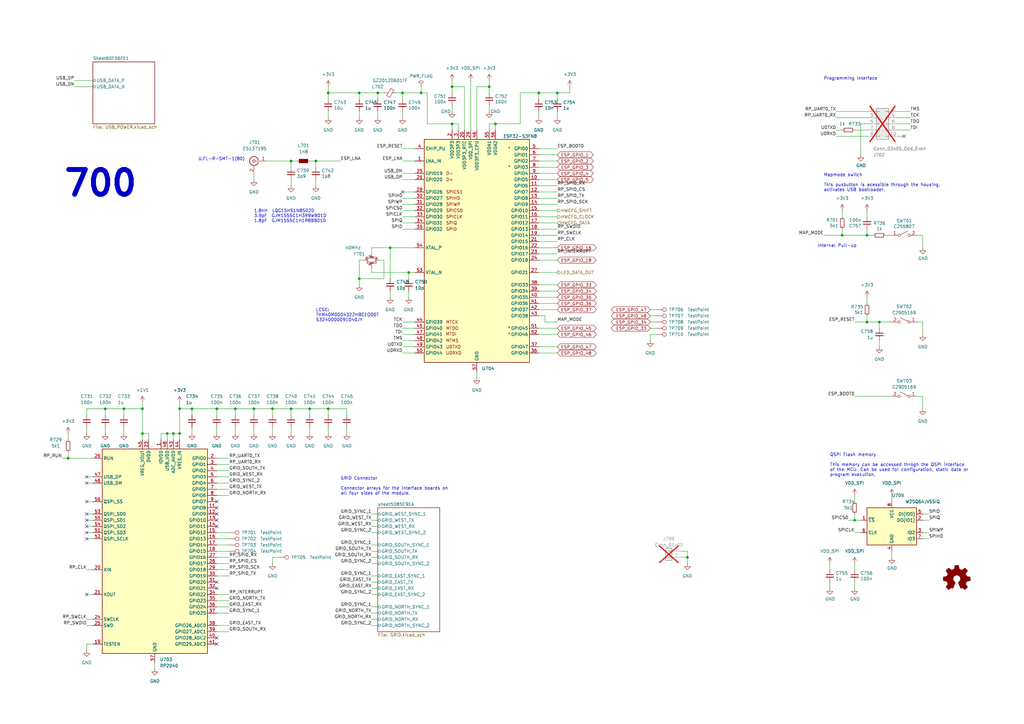
<source format=kicad_sch>
(kicad_sch (version 20230121) (generator eeschema)
  (paper "A3")
  (junction (at 88.9 167.64))
  (junction (at 129.54 66.04))
  (junction (at 220.98 38.1))
  (junction (at 71.12 177.8))
  (junction (at 147.32 38.1))
  (junction (at 58.42 177.8))
  (junction (at 172.72 38.1))
  (junction (at 167.64 111.76))
  (junction (at 73.66 177.8))
  (junction (at 147.32 114.3))
  (junction (at 127 167.64))
  (junction (at 73.66 167.64))
  (junction (at 27.94 187.96))
  (junction (at 185.42 50.8))
  (junction (at 350.52 213.36))
  (junction (at 154.94 38.1))
  (junction (at 160.02 101.6))
  (junction (at 355.6 132.08))
  (junction (at 134.62 167.64))
  (junction (at 50.8 167.64))
  (junction (at 119.38 167.64))
  (junction (at 200.66 35.56))
  (junction (at 68.58 177.8))
  (junction (at 96.52 167.64))
  (junction (at 111.76 167.64))
  (junction (at 43.18 167.64))
  (junction (at 104.14 167.64))
  (junction (at 228.6 38.1))
  (junction (at 134.62 38.1))
  (junction (at 58.42 167.64))
  (junction (at 203.2 50.8))
  (junction (at 185.42 35.56))
  (junction (at 78.74 167.64))
  (junction (at 355.6 96.52))
  (junction (at 360.68 132.08))
  (junction (at 345.44 96.52))
  (junction (at 281.94 228.6))
  (junction (at 119.38 66.04))
  (junction (at 165.1 38.1))
  (no_connect (at 370.84 55.88))
  (no_connect (at 165.1 78.74))
  (no_connect (at 35.56 210.82))
  (no_connect (at 35.56 205.74))
  (no_connect (at 35.56 213.36))
  (no_connect (at 35.56 243.84))
  (no_connect (at 35.56 220.98))
  (no_connect (at 35.56 215.9))
  (no_connect (at 35.56 218.44))
  (no_connect (at 35.56 198.12))
  (no_connect (at 35.56 195.58))
  (no_connect (at 88.9 264.16))
  (no_connect (at 88.9 261.62))
  (no_connect (at 88.9 238.76))
  (no_connect (at 88.9 241.3))
  (no_connect (at 88.9 215.9))
  (no_connect (at 88.9 213.36))
  (no_connect (at 88.9 210.82))
  (no_connect (at 88.9 208.28))
  (no_connect (at 88.9 205.74))
  (wire (pts (xy 73.66 167.64) (xy 78.74 167.64)))
  (wire (pts (xy 355.6 121.92) (xy 355.6 124.46)))
  (wire (pts (xy 35.56 198.12) (xy 38.1 198.12)))
  (wire (pts (xy 88.9 218.44) (xy 93.98 218.44)))
  (wire (pts (xy 213.36 38.1) (xy 220.98 38.1)))
  (wire (pts (xy 119.38 175.26) (xy 119.38 177.8)))
  (wire (pts (xy 58.42 180.34) (xy 58.42 177.8)))
  (wire (pts (xy 27.94 187.96) (xy 38.1 187.96)))
  (wire (pts (xy 165.1 93.98) (xy 170.18 93.98)))
  (wire (pts (xy 203.2 50.8) (xy 203.2 53.34)))
  (wire (pts (xy 360.68 139.7) (xy 360.68 142.24)))
  (wire (pts (xy 167.64 111.76) (xy 167.64 114.3)))
  (wire (pts (xy 228.6 38.1) (xy 220.98 38.1)))
  (wire (pts (xy 73.66 180.34) (xy 73.66 177.8)))
  (wire (pts (xy 154.94 228.6) (xy 152.4 228.6)))
  (wire (pts (xy 127 175.26) (xy 127 177.8)))
  (wire (pts (xy 350.52 162.56) (xy 365.76 162.56)))
  (wire (pts (xy 58.42 177.8) (xy 58.42 167.64)))
  (wire (pts (xy 88.9 231.14) (xy 93.98 231.14)))
  (wire (pts (xy 355.6 93.98) (xy 355.6 96.52)))
  (wire (pts (xy 266.7 134.62) (xy 269.24 134.62)))
  (wire (pts (xy 147.32 38.1) (xy 154.94 38.1)))
  (wire (pts (xy 104.14 175.26) (xy 104.14 177.8)))
  (wire (pts (xy 360.68 132.08) (xy 355.6 132.08)))
  (wire (pts (xy 165.1 137.16) (xy 170.18 137.16)))
  (wire (pts (xy 43.18 167.64) (xy 50.8 167.64)))
  (wire (pts (xy 63.5 271.78) (xy 63.5 274.32)))
  (wire (pts (xy 88.9 226.06) (xy 93.98 226.06)))
  (wire (pts (xy 345.44 53.34) (xy 342.9 53.34)))
  (wire (pts (xy 233.68 35.56) (xy 233.68 38.1)))
  (wire (pts (xy 96.52 170.18) (xy 96.52 167.64)))
  (wire (pts (xy 220.98 106.68) (xy 228.6 106.68)))
  (wire (pts (xy 154.94 218.44) (xy 152.4 218.44)))
  (wire (pts (xy 152.4 104.14) (xy 152.4 101.6)))
  (wire (pts (xy 88.9 220.98) (xy 93.98 220.98)))
  (wire (pts (xy 220.98 63.5) (xy 228.6 63.5)))
  (wire (pts (xy 134.62 45.72) (xy 134.62 48.26)))
  (wire (pts (xy 220.98 119.38) (xy 228.6 119.38)))
  (wire (pts (xy 154.94 106.68) (xy 157.48 106.68)))
  (wire (pts (xy 203.2 50.8) (xy 213.36 50.8)))
  (wire (pts (xy 165.1 86.36) (xy 170.18 86.36)))
  (wire (pts (xy 160.02 101.6) (xy 170.18 101.6)))
  (wire (pts (xy 35.56 195.58) (xy 38.1 195.58)))
  (wire (pts (xy 88.9 246.38) (xy 93.98 246.38)))
  (wire (pts (xy 152.4 111.76) (xy 167.64 111.76)))
  (wire (pts (xy 279.4 228.6) (xy 281.94 228.6)))
  (wire (pts (xy 134.62 175.26) (xy 134.62 177.8)))
  (wire (pts (xy 353.06 50.8) (xy 353.06 63.5)))
  (wire (pts (xy 96.52 175.26) (xy 96.52 177.8)))
  (wire (pts (xy 88.9 248.92) (xy 93.98 248.92)))
  (wire (pts (xy 355.6 86.36) (xy 355.6 88.9)))
  (wire (pts (xy 365.76 203.2) (xy 365.76 205.74)))
  (wire (pts (xy 266.7 132.08) (xy 269.24 132.08)))
  (wire (pts (xy 35.56 210.82) (xy 38.1 210.82)))
  (wire (pts (xy 165.1 38.1) (xy 172.72 38.1)))
  (wire (pts (xy 220.98 144.78) (xy 228.6 144.78)))
  (wire (pts (xy 350.52 203.2) (xy 350.52 205.74)))
  (wire (pts (xy 88.9 187.96) (xy 93.98 187.96)))
  (wire (pts (xy 378.46 162.56) (xy 375.92 162.56)))
  (wire (pts (xy 220.98 88.9) (xy 228.6 88.9)))
  (wire (pts (xy 35.56 220.98) (xy 38.1 220.98)))
  (wire (pts (xy 220.98 101.6) (xy 228.6 101.6)))
  (wire (pts (xy 378.46 218.44) (xy 381 218.44)))
  (wire (pts (xy 154.94 45.72) (xy 154.94 48.26)))
  (wire (pts (xy 35.56 213.36) (xy 38.1 213.36)))
  (wire (pts (xy 172.72 38.1) (xy 175.26 38.1)))
  (wire (pts (xy 88.9 259.08) (xy 93.98 259.08)))
  (wire (pts (xy 337.82 96.52) (xy 345.44 96.52)))
  (wire (pts (xy 35.56 233.68) (xy 38.1 233.68)))
  (wire (pts (xy 195.58 35.56) (xy 195.58 53.34)))
  (wire (pts (xy 104.14 170.18) (xy 104.14 167.64)))
  (wire (pts (xy 165.1 83.82) (xy 170.18 83.82)))
  (wire (pts (xy 147.32 106.68) (xy 149.86 106.68)))
  (wire (pts (xy 220.98 129.54) (xy 223.52 129.54)))
  (wire (pts (xy 88.9 223.52) (xy 93.98 223.52)))
  (wire (pts (xy 167.64 119.38) (xy 167.64 121.92)))
  (wire (pts (xy 68.58 177.8) (xy 71.12 177.8)))
  (wire (pts (xy 187.96 53.34) (xy 187.96 50.8)))
  (wire (pts (xy 345.44 93.98) (xy 345.44 96.52)))
  (wire (pts (xy 350.52 231.14) (xy 350.52 233.68)))
  (wire (pts (xy 154.94 223.52) (xy 152.4 223.52)))
  (wire (pts (xy 172.72 35.56) (xy 172.72 38.1)))
  (wire (pts (xy 88.9 200.66) (xy 93.98 200.66)))
  (wire (pts (xy 378.46 96.52) (xy 378.46 101.6)))
  (wire (pts (xy 165.1 142.24) (xy 170.18 142.24)))
  (wire (pts (xy 223.52 132.08) (xy 228.6 132.08)))
  (wire (pts (xy 111.76 167.64) (xy 119.38 167.64)))
  (wire (pts (xy 152.4 101.6) (xy 160.02 101.6)))
  (wire (pts (xy 35.56 175.26) (xy 35.56 177.8)))
  (wire (pts (xy 165.1 91.44) (xy 170.18 91.44)))
  (wire (pts (xy 154.94 241.3) (xy 152.4 241.3)))
  (wire (pts (xy 58.42 165.1) (xy 58.42 167.64)))
  (wire (pts (xy 228.6 60.96) (xy 220.98 60.96)))
  (wire (pts (xy 147.32 114.3) (xy 147.32 116.84)))
  (wire (pts (xy 134.62 167.64) (xy 142.24 167.64)))
  (wire (pts (xy 220.98 83.82) (xy 228.6 83.82)))
  (wire (pts (xy 109.22 66.04) (xy 119.38 66.04)))
  (wire (pts (xy 165.1 144.78) (xy 170.18 144.78)))
  (wire (pts (xy 88.9 198.12) (xy 93.98 198.12)))
  (wire (pts (xy 350.52 213.36) (xy 347.98 213.36)))
  (wire (pts (xy 88.9 228.6) (xy 93.98 228.6)))
  (wire (pts (xy 35.56 256.54) (xy 38.1 256.54)))
  (wire (pts (xy 375.92 96.52) (xy 378.46 96.52)))
  (wire (pts (xy 350.52 132.08) (xy 355.6 132.08)))
  (wire (pts (xy 213.36 38.1) (xy 213.36 50.8)))
  (wire (pts (xy 88.9 170.18) (xy 88.9 167.64)))
  (wire (pts (xy 378.46 210.82) (xy 381 210.82)))
  (wire (pts (xy 281.94 226.06) (xy 279.4 226.06)))
  (wire (pts (xy 73.66 177.8) (xy 73.66 167.64)))
  (wire (pts (xy 165.1 81.28) (xy 170.18 81.28)))
  (wire (pts (xy 154.94 213.36) (xy 152.4 213.36)))
  (wire (pts (xy 355.6 129.54) (xy 355.6 132.08)))
  (wire (pts (xy 228.6 45.72) (xy 228.6 48.26)))
  (wire (pts (xy 353.06 218.44) (xy 350.52 218.44)))
  (wire (pts (xy 165.1 45.72) (xy 165.1 48.26)))
  (wire (pts (xy 190.5 35.56) (xy 190.5 53.34)))
  (wire (pts (xy 368.3 45.72) (xy 373.38 45.72)))
  (wire (pts (xy 185.42 35.56) (xy 185.42 38.1)))
  (wire (pts (xy 266.7 137.16) (xy 269.24 137.16)))
  (wire (pts (xy 88.9 251.46) (xy 93.98 251.46)))
  (wire (pts (xy 370.84 55.88) (xy 368.3 55.88)))
  (wire (pts (xy 35.56 254) (xy 38.1 254)))
  (wire (pts (xy 165.1 60.96) (xy 170.18 60.96)))
  (wire (pts (xy 142.24 175.26) (xy 142.24 177.8)))
  (wire (pts (xy 43.18 170.18) (xy 43.18 167.64)))
  (wire (pts (xy 88.9 203.2) (xy 93.98 203.2)))
  (wire (pts (xy 129.54 66.04) (xy 127 66.04)))
  (wire (pts (xy 200.66 50.8) (xy 203.2 50.8)))
  (wire (pts (xy 111.76 175.26) (xy 111.76 177.8)))
  (wire (pts (xy 200.66 50.8) (xy 200.66 53.34)))
  (wire (pts (xy 119.38 66.04) (xy 121.92 66.04)))
  (wire (pts (xy 154.94 226.06) (xy 152.4 226.06)))
  (wire (pts (xy 160.02 119.38) (xy 160.02 121.92)))
  (wire (pts (xy 88.9 243.84) (xy 93.98 243.84)))
  (wire (pts (xy 88.9 256.54) (xy 93.98 256.54)))
  (wire (pts (xy 355.6 53.34) (xy 350.52 53.34)))
  (wire (pts (xy 154.94 238.76) (xy 152.4 238.76)))
  (wire (pts (xy 165.1 134.62) (xy 170.18 134.62)))
  (wire (pts (xy 154.94 231.14) (xy 152.4 231.14)))
  (wire (pts (xy 378.46 167.64) (xy 378.46 162.56)))
  (wire (pts (xy 88.9 175.26) (xy 88.9 177.8)))
  (wire (pts (xy 147.32 38.1) (xy 147.32 40.64)))
  (wire (pts (xy 281.94 228.6) (xy 281.94 226.06)))
  (wire (pts (xy 185.42 43.18) (xy 185.42 45.72)))
  (wire (pts (xy 119.38 170.18) (xy 119.38 167.64)))
  (wire (pts (xy 104.14 71.12) (xy 104.14 73.66)))
  (wire (pts (xy 68.58 177.8) (xy 68.58 180.34)))
  (wire (pts (xy 35.56 170.18) (xy 35.56 167.64)))
  (wire (pts (xy 154.94 40.64) (xy 154.94 38.1)))
  (wire (pts (xy 185.42 50.8) (xy 175.26 50.8)))
  (wire (pts (xy 368.3 50.8) (xy 373.38 50.8)))
  (wire (pts (xy 220.98 137.16) (xy 228.6 137.16)))
  (wire (pts (xy 165.1 139.7) (xy 170.18 139.7)))
  (wire (pts (xy 154.94 243.84) (xy 152.4 243.84)))
  (wire (pts (xy 71.12 177.8) (xy 71.12 180.34)))
  (wire (pts (xy 342.9 48.26) (xy 355.6 48.26)))
  (wire (pts (xy 88.9 233.68) (xy 93.98 233.68)))
  (wire (pts (xy 378.46 132.08) (xy 375.92 132.08)))
  (wire (pts (xy 154.94 236.22) (xy 152.4 236.22)))
  (wire (pts (xy 233.68 38.1) (xy 228.6 38.1)))
  (wire (pts (xy 35.56 167.64) (xy 43.18 167.64)))
  (wire (pts (xy 88.9 190.5) (xy 93.98 190.5)))
  (wire (pts (xy 342.9 45.72) (xy 355.6 45.72)))
  (wire (pts (xy 340.36 241.3) (xy 340.36 238.76)))
  (wire (pts (xy 60.96 180.34) (xy 60.96 177.8)))
  (wire (pts (xy 281.94 231.14) (xy 281.94 228.6)))
  (wire (pts (xy 96.52 167.64) (xy 104.14 167.64)))
  (wire (pts (xy 104.14 167.64) (xy 111.76 167.64)))
  (wire (pts (xy 27.94 185.42) (xy 27.94 187.96)))
  (wire (pts (xy 190.5 35.56) (xy 185.42 35.56)))
  (wire (pts (xy 220.98 38.1) (xy 220.98 40.64)))
  (wire (pts (xy 340.36 231.14) (xy 340.36 233.68)))
  (wire (pts (xy 35.56 215.9) (xy 38.1 215.9)))
  (wire (pts (xy 43.18 175.26) (xy 43.18 177.8)))
  (wire (pts (xy 165.1 88.9) (xy 170.18 88.9)))
  (wire (pts (xy 35.56 264.16) (xy 35.56 266.7)))
  (wire (pts (xy 127 167.64) (xy 134.62 167.64)))
  (wire (pts (xy 200.66 35.56) (xy 200.66 38.1)))
  (wire (pts (xy 154.94 256.54) (xy 152.4 256.54)))
  (wire (pts (xy 170.18 71.12) (xy 165.1 71.12)))
  (wire (pts (xy 152.4 210.82) (xy 154.94 210.82)))
  (wire (pts (xy 220.98 127) (xy 228.6 127)))
  (wire (pts (xy 152.4 111.76) (xy 152.4 109.22)))
  (wire (pts (xy 220.98 78.74) (xy 228.6 78.74)))
  (wire (pts (xy 147.32 45.72) (xy 147.32 48.26)))
  (wire (pts (xy 365.76 228.6) (xy 365.76 226.06)))
  (wire (pts (xy 220.98 93.98) (xy 228.6 93.98)))
  (wire (pts (xy 185.42 33.02) (xy 185.42 35.56)))
  (wire (pts (xy 134.62 170.18) (xy 134.62 167.64)))
  (wire (pts (xy 345.44 96.52) (xy 355.6 96.52)))
  (wire (pts (xy 154.94 248.92) (xy 152.4 248.92)))
  (wire (pts (xy 154.94 251.46) (xy 152.4 251.46)))
  (wire (pts (xy 50.8 167.64) (xy 58.42 167.64)))
  (wire (pts (xy 142.24 170.18) (xy 142.24 167.64)))
  (wire (pts (xy 220.98 71.12) (xy 228.6 71.12)))
  (wire (pts (xy 88.9 167.64) (xy 96.52 167.64)))
  (wire (pts (xy 378.46 213.36) (xy 381 213.36)))
  (wire (pts (xy 88.9 236.22) (xy 93.98 236.22)))
  (wire (pts (xy 165.1 78.74) (xy 170.18 78.74)))
  (wire (pts (xy 175.26 38.1) (xy 175.26 50.8)))
  (wire (pts (xy 35.56 243.84) (xy 38.1 243.84)))
  (wire (pts (xy 195.58 35.56) (xy 200.66 35.56)))
  (wire (pts (xy 88.9 193.04) (xy 93.98 193.04)))
  (wire (pts (xy 193.04 33.02) (xy 193.04 53.34)))
  (wire (pts (xy 220.98 134.62) (xy 228.6 134.62)))
  (wire (pts (xy 378.46 220.98) (xy 381 220.98)))
  (wire (pts (xy 129.54 66.04) (xy 139.7 66.04)))
  (wire (pts (xy 220.98 81.28) (xy 228.6 81.28)))
  (wire (pts (xy 353.06 50.8) (xy 355.6 50.8)))
  (wire (pts (xy 25.4 187.96) (xy 27.94 187.96)))
  (wire (pts (xy 266.7 129.54) (xy 269.24 129.54)))
  (wire (pts (xy 119.38 66.04) (xy 119.38 68.58)))
  (wire (pts (xy 228.6 38.1) (xy 228.6 40.64)))
  (wire (pts (xy 373.38 48.26) (xy 368.3 48.26)))
  (wire (pts (xy 50.8 167.64) (xy 50.8 170.18)))
  (wire (pts (xy 170.18 73.66) (xy 165.1 73.66)))
  (wire (pts (xy 157.48 114.3) (xy 147.32 114.3)))
  (wire (pts (xy 147.32 114.3) (xy 147.32 106.68)))
  (wire (pts (xy 129.54 68.58) (xy 129.54 66.04)))
  (wire (pts (xy 35.56 205.74) (xy 38.1 205.74)))
  (wire (pts (xy 160.02 101.6) (xy 160.02 114.3)))
  (wire (pts (xy 220.98 86.36) (xy 228.6 86.36)))
  (wire (pts (xy 373.38 53.34) (xy 368.3 53.34)))
  (wire (pts (xy 78.74 175.26) (xy 78.74 177.8)))
  (wire (pts (xy 220.98 116.84) (xy 228.6 116.84)))
  (wire (pts (xy 71.12 177.8) (xy 73.66 177.8)))
  (wire (pts (xy 220.98 68.58) (xy 228.6 68.58)))
  (wire (pts (xy 345.44 86.36) (xy 345.44 88.9)))
  (wire (pts (xy 134.62 35.56) (xy 134.62 38.1)))
  (wire (pts (xy 350.52 241.3) (xy 350.52 238.76)))
  (wire (pts (xy 200.66 33.02) (xy 200.66 35.56)))
  (wire (pts (xy 266.7 139.7) (xy 266.7 137.16)))
  (wire (pts (xy 220.98 96.52) (xy 228.6 96.52)))
  (wire (pts (xy 195.58 152.4) (xy 195.58 154.94)))
  (wire (pts (xy 365.76 132.08) (xy 360.68 132.08)))
  (wire (pts (xy 38.1 33.02) (xy 30.48 33.02)))
  (wire (pts (xy 220.98 111.76) (xy 228.6 111.76)))
  (wire (pts (xy 78.74 167.64) (xy 88.9 167.64)))
  (wire (pts (xy 127 170.18) (xy 127 167.64)))
  (wire (pts (xy 119.38 73.66) (xy 119.38 76.2)))
  (wire (pts (xy 165.1 66.04) (xy 170.18 66.04)))
  (wire (pts (xy 220.98 142.24) (xy 228.6 142.24)))
  (wire (pts (xy 355.6 96.52) (xy 358.14 96.52)))
  (wire (pts (xy 88.9 195.58) (xy 93.98 195.58)))
  (wire (pts (xy 60.96 177.8) (xy 58.42 177.8)))
  (wire (pts (xy 50.8 175.26) (xy 50.8 177.8)))
  (wire (pts (xy 187.96 50.8) (xy 185.42 50.8)))
  (wire (pts (xy 154.94 38.1) (xy 157.48 38.1)))
  (wire (pts (xy 165.1 38.1) (xy 165.1 40.64)))
  (wire (pts (xy 78.74 167.64) (xy 78.74 170.18)))
  (wire (pts (xy 157.48 106.68) (xy 157.48 114.3)))
  (wire (pts (xy 220.98 73.66) (xy 228.6 73.66)))
  (wire (pts (xy 220.98 99.06) (xy 228.6 99.06)))
  (wire (pts (xy 27.94 177.8) (xy 27.94 180.34)))
  (wire (pts (xy 167.64 111.76) (xy 170.18 111.76)))
  (wire (pts (xy 111.76 170.18) (xy 111.76 167.64)))
  (wire (pts (xy 220.98 45.72) (xy 220.98 48.26)))
  (wire (pts (xy 220.98 124.46) (xy 228.6 124.46)))
  (wire (pts (xy 266.7 127) (xy 269.24 127)))
  (wire (pts (xy 66.04 180.34) (xy 66.04 177.8)))
  (wire (pts (xy 129.54 73.66) (xy 129.54 76.2)))
  (wire (pts (xy 152.4 215.9) (xy 154.94 215.9)))
  (wire (pts (xy 35.56 218.44) (xy 38.1 218.44)))
  (wire (pts (xy 119.38 167.64) (xy 127 167.64)))
  (wire (pts (xy 30.48 35.56) (xy 38.1 35.56)))
  (wire (pts (xy 220.98 66.04) (xy 228.6 66.04)))
  (wire (pts (xy 220.98 91.44) (xy 228.6 91.44)))
  (wire (pts (xy 220.98 121.92) (xy 228.6 121.92)))
  (wire (pts (xy 353.06 213.36) (xy 350.52 213.36)))
  (wire (pts (xy 154.94 254) (xy 152.4 254)))
  (wire (pts (xy 378.46 137.16) (xy 378.46 132.08)))
  (wire (pts (xy 73.66 165.1) (xy 73.66 167.64)))
  (wire (pts (xy 342.9 55.88) (xy 355.6 55.88)))
  (wire (pts (xy 162.56 38.1) (xy 165.1 38.1)))
  (wire (pts (xy 111.76 231.14) (xy 111.76 228.6)))
  (wire (pts (xy 200.66 43.18) (xy 200.66 45.72)))
  (wire (pts (xy 134.62 38.1) (xy 134.62 40.64)))
  (wire (pts (xy 185.42 50.8) (xy 185.42 53.34)))
  (wire (pts (xy 360.68 132.08) (xy 360.68 134.62)))
  (wire (pts (xy 350.52 210.82) (xy 350.52 213.36)))
  (wire (pts (xy 66.04 177.8) (xy 68.58 177.8)))
  (wire (pts (xy 35.56 264.16) (xy 38.1 264.16)))
  (wire (pts (xy 363.22 96.52) (xy 365.76 96.52)))
  (wire (pts (xy 165.1 132.08) (xy 170.18 132.08)))
  (wire (pts (xy 220.98 76.2) (xy 228.6 76.2)))
  (wire (pts (xy 220.98 104.14) (xy 228.6 104.14)))
  (wire (pts (xy 111.76 228.6) (xy 114.3 228.6)))
  (wire (pts (xy 134.62 38.1) (xy 147.32 38.1)))
  (wire (pts (xy 223.52 129.54) (xy 223.52 132.08)))
  (text "Mapmode switch\n\nThis pusbutton is acessible through the housing, \nactivates USB bootloader." (at 337.82 78.74 0) (effects (font (size 1.27 1.27)) (justify left bottom)))
  (text "700" (at 25.4 81.28 0) (effects (font (size 10.16 10.16) (thickness 2.032) bold) (justify left bottom)))
  (text "LCSC:\nTXM40M0004322HBCEO00T\nS3240000091040JY" (at 129.54 132.08 0) (effects (font (size 1.27 1.27)) (justify left bottom)))
  (text "1.8nH  LQG15HS1N8S02D\n3.9pF  GJM1555C1H3R9WB01D\n1.8pF  GJM1555C1H1R8BB01D" (at 104.14 91.44 0) (effects (font (size 1.27 1.27)) (justify left bottom)))
  (text "QSPI Flash memory\n\nThis memory can be accessed throgh the QSPI interface\nof the MCU. Can be used for configuration, static data or\nprogram execution." (at 340.36 195.58 0) (effects (font (size 1.27 1.27)) (justify left bottom)))
  (text "Internal Pull-up" (at 335.28 101.6 0) (effects (font (size 1.27 1.27)) (justify left bottom)))
  (text "GRID Connector\n\nConnector arrays for the interface boards on \nall four sides of the module." (at 139.7 203.2 0) (effects (font (size 1.27 1.27)) (justify left bottom)))
  (text "U.FL-R-SMT-1(80) " (at 81.28 66.04 0) (effects (font (size 1.27 1.27)) (justify left bottom)))
  (text "Programming Interface\n" (at 337.82 33.02 0) (effects (font (size 1.27 1.27)) (justify left bottom)))
  (label "RP_SPI0_CS" (at 93.98 231.14 0))
  (label "GRID_SYNC_1" (at 152.4 223.52 180))
  (label "GRID_EAST_TX" (at 93.98 256.54 0))
  (label "RP_SPI0_RX" (at 93.98 228.6 0))
  (label "GRID_SOUTH_TX" (at 152.4 226.06 180))
  (label "SPICS0" (at 165.1 86.36 180))
  (label "GRID_SYNC_2" (at 152.4 218.44 180))
  (label "GRID_NORTH_TX" (at 93.98 246.38 0))
  (label "GRID_NORTH_TX" (at 152.4 251.46 180))
  (label "GRID_SYNC_2" (at 152.4 256.54 180))
  (label "MAP_MODE" (at 337.82 96.52 180))
  (label "U0TXD" (at 165.1 142.24 180))
  (label "SPICS0" (at 347.98 213.36 180))
  (label "TMS" (at 165.1 139.7 180))
  (label "TCK" (at 165.1 132.08 180))
  (label "GRID_NORTH_RX" (at 93.98 203.2 0))
  (label "RP_SWCLK" (at 35.56 254 180))
  (label "RP_SPI0_RX" (at 228.6 76.2 0))
  (label "GRID_SYNC_1" (at 152.4 210.82 180))
  (label "SPIQ" (at 165.1 91.44 180))
  (label "RP_SPI0_TX" (at 93.98 236.22 0))
  (label "GRID_SYNC_1" (at 152.4 236.22 180))
  (label "U0RXD" (at 165.1 144.78 180))
  (label "TDO" (at 165.1 134.62 180))
  (label "U0RXD" (at 342.9 55.88 180))
  (label "GRID_SOUTH_RX" (at 93.98 259.08 0))
  (label "GRID_SYNC_2" (at 152.4 243.84 180))
  (label "SPIQ" (at 381 213.36 0))
  (label "RP_SPI0_TX" (at 228.6 81.28 0))
  (label "GRID_WEST_RX" (at 152.4 215.9 180))
  (label "GRID_WEST_RX" (at 93.98 195.58 0))
  (label "RP_SWDIO" (at 228.6 93.98 0))
  (label "RP_SWDIO" (at 35.56 256.54 180))
  (label "RP_CLK" (at 35.56 233.68 180))
  (label "RP_SWCLK" (at 228.6 96.52 0))
  (label "RP_SPI0_SCK" (at 93.98 233.68 0))
  (label "RP_UART0_TX" (at 93.98 187.96 0))
  (label "SPID" (at 165.1 93.98 180))
  (label "U0TXD" (at 342.9 53.34 180))
  (label "SPID" (at 381 210.82 0))
  (label "ESP_BOOT0" (at 228.6 60.96 0))
  (label "TDO" (at 373.38 50.8 0))
  (label "TDI" (at 165.1 137.16 180))
  (label "GRID_WEST_TX" (at 93.98 200.66 0))
  (label "RP_INTERRUPT" (at 228.6 104.14 0))
  (label "RP_SPI0_SCK" (at 228.6 83.82 0))
  (label "GRID_EAST_RX" (at 93.98 248.92 0))
  (label "USB_DN" (at 165.1 71.12 180))
  (label "USB_DN" (at 30.48 35.56 180))
  (label "SPIHD" (at 165.1 81.28 180))
  (label "ESP_RESET" (at 165.1 60.96 180))
  (label "TMS" (at 373.38 45.72 0))
  (label "SPIHD" (at 381 220.98 0))
  (label "ESP_LNA" (at 139.7 66.04 0))
  (label "ESP_BOOT0" (at 350.52 162.56 180))
  (label "RP_UART0_TX" (at 342.9 45.72 180))
  (label "RP_INTERRUPT" (at 93.98 243.84 0))
  (label "GRID_EAST_RX" (at 152.4 241.3 180))
  (label "USB_DP" (at 165.1 73.66 180))
  (label "GRID_SOUTH_TX" (at 93.98 193.04 0))
  (label "GRID_EAST_TX" (at 152.4 238.76 180))
  (label "SPICLK" (at 350.52 218.44 180))
  (label "RP_SPI0_CS" (at 228.6 78.74 0))
  (label "RP_UART0_RX" (at 342.9 48.26 180))
  (label "TCK" (at 373.38 48.26 0))
  (label "RP_RUN" (at 25.4 187.96 180))
  (label "RP_CLK" (at 228.6 99.06 0))
  (label "TDI" (at 373.38 53.34 0))
  (label "GRID_SYNC_1" (at 93.98 251.46 0))
  (label "ESP_RESET" (at 350.52 132.08 180))
  (label "GRID_SOUTH_RX" (at 152.4 228.6 180))
  (label "SPIWP" (at 165.1 83.82 180))
  (label "MAP_MODE" (at 228.6 132.08 0))
  (label "USB_DP" (at 30.48 33.02 180))
  (label "SPICLK" (at 165.1 88.9 180))
  (label "ESP_LNA" (at 165.1 66.04 180))
  (label "GRID_SYNC_1" (at 152.4 248.92 180))
  (label "RP_UART0_RX" (at 93.98 190.5 0))
  (label "SPIWP" (at 381 218.44 0))
  (label "GRID_NORTH_RX" (at 152.4 254 180))
  (label "GRID_SYNC_2" (at 93.98 198.12 0))
  (label "GRID_SYNC_2" (at 152.4 231.14 180))
  (label "GRID_WEST_TX" (at 152.4 213.36 180))
  (global_label "ESP_GPIO_33" (shape bidirectional) (at 228.6 116.84 0) (property "Intersheetrefs" "${INTERSHEET_REFS}" (effects hide)))
  (global_label "ESP_GPIO_16" (shape bidirectional) (at 228.6 101.6 0) (property "Intersheetrefs" "${INTERSHEET_REFS}" (effects hide)))
  (global_label "ESP_GPIO_34" (shape bidirectional) (at 266.7 132.08 180) (property "Intersheetrefs" "${INTERSHEET_REFS}" (effects hide)))
  (global_label "ESP_GPIO_47" (shape bidirectional) (at 266.7 127 180) (property "Intersheetrefs" "${INTERSHEET_REFS}" (effects hide)))
  (global_label "ESP_GPIO_48" (shape bidirectional) (at 228.6 144.78 0) (property "Intersheetrefs" "${INTERSHEET_REFS}" (effects hide)))
  (global_label "ESP_GPIO_2" (shape bidirectional) (at 228.6 66.04 0) (property "Intersheetrefs" "${INTERSHEET_REFS}" (effects hide)))
  (global_label "ESP_GPIO_4" (shape bidirectional) (at 228.6 71.12 0) (property "Intersheetrefs" "${INTERSHEET_REFS}" (effects hide)))
  (global_label "ESP_GPIO_1" (shape bidirectional) (at 228.6 63.5 0) (property "Intersheetrefs" "${INTERSHEET_REFS}" (effects hide)))
  (global_label "ESP_GPIO_45" (shape bidirectional) (at 228.6 134.62 0) (property "Intersheetrefs" "${INTERSHEET_REFS}" (effects hide)))
  (global_label "ESP_GPIO_36" (shape bidirectional) (at 228.6 124.46 0) (property "Intersheetrefs" "${INTERSHEET_REFS}" (effects hide)))
  (global_label "ESP_GPIO_18" (shape bidirectional) (at 228.6 106.68 0) (property "Intersheetrefs" "${INTERSHEET_REFS}" (effects hide)))
  (global_label "ESP_GPIO_5" (shape bidirectional) (at 228.6 73.66 0) (property "Intersheetrefs" "${INTERSHEET_REFS}" (effects hide)))
  (global_label "ESP_GPIO_46" (shape bidirectional) (at 228.6 137.16 0) (property "Intersheetrefs" "${INTERSHEET_REFS}" (effects hide)))
  (global_label "ESP_GPIO_48" (shape bidirectional) (at 266.7 129.54 180) (property "Intersheetrefs" "${INTERSHEET_REFS}" (effects hide)))
  (global_label "ESP_GPIO_33" (shape bidirectional) (at 266.7 134.62 180) (property "Intersheetrefs" "${INTERSHEET_REFS}" (effects hide)))
  (global_label "ESP_GPIO_35" (shape bidirectional) (at 228.6 121.92 0) (property "Intersheetrefs" "${INTERSHEET_REFS}" (effects hide)))
  (global_label "ESP_GPIO_34" (shape bidirectional) (at 228.6 119.38 0) (property "Intersheetrefs" "${INTERSHEET_REFS}" (effects hide)))
  (global_label "ESP_GPIO_3" (shape bidirectional) (at 228.6 68.58 0) (property "Intersheetrefs" "${INTERSHEET_REFS}" (effects hide)))
  (global_label "ESP_GPIO_47" (shape bidirectional) (at 228.6 142.24 0) (property "Intersheetrefs" "${INTERSHEET_REFS}" (effects hide)))
  (global_label "ESP_GPIO_37" (shape bidirectional) (at 228.6 127 0) (property "Intersheetrefs" "${INTERSHEET_REFS}" (effects hide)))
  (hierarchical_label "HWCFG_CLOCK" (shape output) (at 228.6 88.9 0))
  (hierarchical_label "HWCFG_DATA" (shape input) (at 228.6 91.44 0))
  (hierarchical_label "HWCFG_SHIFT" (shape output) (at 228.6 86.36 0))
  (hierarchical_label "LED_DATA_OUT" (shape output) (at 228.6 111.76 0))
  (symbol (lib_id "suku_basics:U_FLASH_W25Q16JVSSIQ") (at 365.76 215.9 0) (unit 1)
    (property "Reference" "U705" (at 368.3 203.2 0))
    (property "Value" "W25Q64JVSSIQ" (at 378.46 205.74 0))
    (property "Footprint" "suku_basics:SOIC-8W_FLASH" (effects hide))
    (property "Datasheet" "http://www.winbond.com/resource-files/w25q32jv%20revg%2003272018%20plus.pdf" (effects hide))
  )
  (symbol (lib_id "suku_basics:CAP") (at 350.52 236.22 0) (unit 1)
    (property "Reference" "C756" (at 352.8568 235.0516 0) (effects (justify left)))
    (property "Value" "100n" (at 352.8568 237.363 0) (effects (justify left)))
    (property "Footprint" "suku_basics:CAP_0402" (effects hide))
  )
  (symbol (lib_id "power:GND") (at 365.76 228.6 0) (unit 1)
    (property "Reference" "#PWR0843" (effects hide))
    (property "Value" "GND" (at 365.887 232.9942 0))
  )
  (symbol (lib_id "power:GND") (at 350.52 241.3 0) (unit 1)
    (property "Reference" "#PWR0838" (effects hide))
    (property "Value" "GND" (at 350.647 245.6942 0))
  )
  (symbol (lib_id "Switch:SW_SPST") (at 370.84 96.52 0) (unit 1)
    (property "Reference" "SW701" (at 370.84 90.551 0))
    (property "Value" "C255807" (at 370.84 92.8624 0))
    (property "Footprint" "suku_basics:SW_HYP_MAPMODE" (effects hide))
  )
  (symbol (lib_id "suku_basics:RES") (at 360.68 96.52 270) (unit 1)
    (property "Reference" "R736" (at 360.68 91.5416 90))
    (property "Value" "1k" (at 360.68 93.853 90))
    (property "Footprint" "suku_basics:RES_0402" (effects hide))
  )
  (symbol (lib_id "power:GND") (at 378.46 101.6 0) (unit 1)
    (property "Reference" "#PWR0844" (effects hide))
    (property "Value" "GND" (at 378.587 105.9942 0))
  )
  (symbol (lib_id "suku_basics:CAP") (at 355.6 91.44 180) (unit 1)
    (property "Reference" "C757" (at 353.2632 92.6084 0) (effects (justify left)))
    (property "Value" "100n" (at 353.2632 90.297 0) (effects (justify left)))
    (property "Footprint" "suku_basics:CAP_0402" (effects hide))
  )
  (symbol (lib_id "Connector:TestPoint") (at 269.24 137.16 270) (unit 1)
    (property "Reference" "TP710" (at 274.32 137.16 90) (effects (justify left)))
    (property "Value" "TestPoint" (at 281.94 137.16 90) (effects (justify left)))
    (property "Footprint" "TestPoint:TestPoint_Pad_1.0x1.0mm" (effects hide))
  )
  (symbol (lib_id "Connector:TestPoint") (at 93.98 226.06 270) (unit 1)
    (property "Reference" "TP704" (at 99.06 226.06 90) (effects (justify left)))
    (property "Value" "TestPoint" (at 106.68 226.06 90) (effects (justify left)))
    (property "Footprint" "TestPoint:TestPoint_Pad_D1.0mm" (effects hide))
  )
  (symbol (lib_id "suku_basics:CAP") (at 142.24 172.72 0) (unit 1)
    (property "Reference" "C745" (at 139.7 162.56 0) (effects (justify left)))
    (property "Value" "100n" (at 139.7 165.1 0) (effects (justify left)))
    (property "Footprint" "suku_basics:CAP_0402" (effects hide))
  )
  (symbol (lib_id "suku_basics:CAP") (at 200.66 40.64 0) (unit 1)
    (property "Reference" "C752" (at 202.9968 39.4716 0) (effects (justify left)))
    (property "Value" "100n" (at 202.9968 41.783 0) (effects (justify left)))
    (property "Footprint" "suku_basics:CAP_0402" (effects hide))
  )
  (symbol (lib_id "power:GND") (at 63.5 274.32 0) (unit 1)
    (property "Reference" "#PWR0799" (effects hide))
    (property "Value" "GND" (at 63.5 279.4 0))
  )
  (symbol (lib_id "power:GND") (at 43.18 177.8 0) (unit 1)
    (property "Reference" "#PWR0796" (effects hide))
    (property "Value" "GND" (at 43.18 182.88 0))
  )
  (symbol (lib_id "power:+3V3") (at 355.6 121.92 0) (unit 1)
    (property "Reference" "#PWR0835" (effects hide))
    (property "Value" "+3V3" (at 355.6 116.84 0))
  )
  (symbol (lib_id "suku_basics:VDD_SPI") (at 365.76 203.2 0) (unit 1)
    (property "Reference" "#PWR0842" (effects hide))
    (property "Value" "VDD_SPI" (at 365.76 198.12 0))
  )
  (symbol (lib_id "suku_basics:CAP") (at 111.76 172.72 0) (unit 1)
    (property "Reference" "C738" (at 109.22 162.56 0) (effects (justify left)))
    (property "Value" "100n" (at 109.22 165.1 0) (effects (justify left)))
    (property "Footprint" "suku_basics:CAP_0402" (effects hide))
  )
  (symbol (lib_id "suku_basics:RP2040") (at 63.5 226.06 0) (unit 1)
    (property "Reference" "U703" (at 65.5194 270.51 0) (effects (justify left)))
    (property "Value" "RP2040" (at 65.5194 273.05 0) (effects (justify left)))
    (property "Footprint" "suku_basics:RP2040_QFN-56-1EP_7x7mm_P0.4mm_EP3.2x3.2mm" (effects hide))
    (property "Datasheet" "https://datasheets.raspberrypi.com/rp2040/rp2040-datasheet.pdf" (effects hide))
  )
  (symbol (lib_id "power:GND") (at 195.58 154.94 0) (unit 1)
    (property "Reference" "#PWR0825" (effects hide))
    (property "Value" "GND" (at 195.58 160.02 0))
  )
  (symbol (lib_id "Connector:TestPoint") (at 93.98 223.52 270) (unit 1)
    (property "Reference" "TP703" (at 99.06 223.52 90) (effects (justify left)))
    (property "Value" "TestPoint" (at 106.68 223.52 90) (effects (justify left)))
    (property "Footprint" "TestPoint:TestPoint_Pad_D1.0mm" (effects hide))
  )
  (symbol (lib_id "suku_basics:CAP") (at 165.1 43.18 0) (unit 1)
    (property "Reference" "C749" (at 167.4368 42.0116 0) (effects (justify left)))
    (property "Value" "100n" (at 167.4368 44.323 0) (effects (justify left)))
    (property "Footprint" "suku_basics:CAP_0402" (effects hide))
  )
  (symbol (lib_id "power:GND") (at 35.56 266.7 0) (unit 1)
    (property "Reference" "#PWR0795" (effects hide))
    (property "Value" "GND" (at 35.56 271.78 0))
  )
  (symbol (lib_id "Switch:SW_SPST") (at 370.84 132.08 0) (mirror y) (unit 1)
    (property "Reference" "SW702" (at 370.84 125.73 0))
    (property "Value" "C2905169" (at 370.84 128.27 0))
    (property "Footprint" "Button_Switch_SMD:SW_SPST_CK_RS282G05A3" (effects hide))
  )
  (symbol (lib_id "suku_basics:CAP") (at 78.74 172.72 0) (unit 1)
    (property "Reference" "C734" (at 76.2 162.56 0) (effects (justify left)))
    (property "Value" "1u" (at 76.2 165.1 0) (effects (justify left)))
    (property "Footprint" "suku_basics:CAP_0402" (effects hide))
  )
  (symbol (lib_id "power:GND") (at 340.36 241.3 0) (unit 1)
    (property "Reference" "#PWR0834" (effects hide))
    (property "Value" "GND" (at 340.487 245.6942 0))
  )
  (symbol (lib_id "suku_basics:CAP") (at 35.56 172.72 0) (unit 1)
    (property "Reference" "C731" (at 33.02 162.56 0) (effects (justify left)))
    (property "Value" "100n" (at 33.02 165.1 0) (effects (justify left)))
    (property "Footprint" "suku_basics:CAP_0402" (effects hide))
  )
  (symbol (lib_id "suku_basics:INDUCTOR") (at 124.46 66.04 90) (unit 1)
    (property "Reference" "L701" (at 124.46 59.69 90))
    (property "Value" "1n8" (at 124.46 62.23 90))
    (property "Footprint" "suku_basics:IND_0402" (effects hide))
  )
  (symbol (lib_id "suku_basics:CAP") (at 147.32 43.18 0) (unit 1)
    (property "Reference" "C746" (at 149.6568 42.0116 0) (effects (justify left)))
    (property "Value" "1u" (at 149.6568 44.323 0) (effects (justify left)))
    (property "Footprint" "suku_basics:CAP_0402" (effects hide))
  )
  (symbol (lib_id "power:GND") (at 134.62 177.8 0) (unit 1)
    (property "Reference" "#PWR0814" (effects hide))
    (property "Value" "GND" (at 134.62 182.88 0))
  )
  (symbol (lib_id "power:GND") (at 165.1 48.26 0) (unit 1)
    (property "Reference" "#PWR0820" (effects hide))
    (property "Value" "GND" (at 165.1 53.34 0))
  )
  (symbol (lib_id "Connector:TestPoint") (at 269.24 132.08 270) (unit 1)
    (property "Reference" "TP708" (at 274.32 132.08 90) (effects (justify left)))
    (property "Value" "TestPoint" (at 281.94 132.08 90) (effects (justify left)))
    (property "Footprint" "TestPoint:TestPoint_Pad_D1.0mm" (effects hide))
  )
  (symbol (lib_id "Connector:TestPoint") (at 269.24 129.54 270) (unit 1)
    (property "Reference" "TP707" (at 274.32 129.54 90) (effects (justify left)))
    (property "Value" "TestPoint" (at 281.94 129.54 90) (effects (justify left)))
    (property "Footprint" "TestPoint:TestPoint_Pad_D1.0mm" (effects hide))
  )
  (symbol (lib_id "power:GND") (at 104.14 177.8 0) (unit 1)
    (property "Reference" "#PWR0805" (effects hide))
    (property "Value" "GND" (at 104.14 182.88 0))
  )
  (symbol (lib_id "power:GND") (at 147.32 116.84 0) (unit 1)
    (property "Reference" "#PWR0817" (effects hide))
    (property "Value" "GND" (at 147.32 121.92 0))
  )
  (symbol (lib_id "suku_basics:OSHWA") (at 392.43 237.49 0) (unit 1) (in_bom no)
    (property "Reference" "LOGO701" (effects hide))
    (property "Value" "OSHWA" (effects hide))
    (property "Footprint" "suku_basics:OSHWA" (effects hide))
  )
  (symbol (lib_id "suku_basics:CAP") (at 119.38 172.72 0) (unit 1)
    (property "Reference" "C740" (at 116.84 162.56 0) (effects (justify left)))
    (property "Value" "100n" (at 116.84 165.1 0) (effects (justify left)))
    (property "Footprint" "suku_basics:CAP_0402" (effects hide))
  )
  (symbol (lib_id "power:GND") (at 78.74 177.8 0) (unit 1)
    (property "Reference" "#PWR0801" (effects hide))
    (property "Value" "GND" (at 78.74 182.88 0))
  )
  (symbol (lib_id "power:GND") (at 104.14 73.66 0) (unit 1)
    (property "Reference" "#PWR0804" (effects hide))
    (property "Value" "GND" (at 104.14 78.74 0))
  )
  (symbol (lib_id "power:GND") (at 200.66 45.72 0) (unit 1)
    (property "Reference" "#PWR0827" (effects hide))
    (property "Value" "GND" (at 203.2 45.72 0))
  )
  (symbol (lib_id "suku_basics:CAP") (at 167.64 116.84 0) (unit 1)
    (property "Reference" "C750" (at 170.18 115.5762 0) (effects (justify left)))
    (property "Value" "10p" (at 170.18 118.1162 0) (effects (justify left)))
    (property "Footprint" "suku_basics:CAP_0402" (effects hide))
  )
  (symbol (lib_id "suku_basics:ESP32_XTAL") (at 152.4 106.68 270) (unit 1)
    (property "Reference" "Y701" (at 147.32 104.14 90))
    (property "Value" "40MHz" (at 144.78 101.6 90))
    (property "Footprint" "Crystal:Crystal_SMD_Abracon_ABM8G-4Pin_3.2x2.5mm" (effects hide))
  )
  (symbol (lib_id "power:GND") (at 142.24 177.8 0) (unit 1)
    (property "Reference" "#PWR0815" (effects hide))
    (property "Value" "GND" (at 142.24 182.88 0))
  )
  (symbol (lib_id "power:GND") (at 353.06 63.5 0) (unit 1)
    (property "Reference" "#PWR0839" (effects hide))
    (property "Value" "GND" (at 353.187 67.8942 0))
  )
  (symbol (lib_id "suku_basics:CAP") (at 134.62 43.18 0) (unit 1)
    (property "Reference" "C743" (at 136.9568 42.0116 0) (effects (justify left)))
    (property "Value" "10u" (at 136.9568 44.323 0) (effects (justify left)))
    (property "Footprint" "suku_basics:CAP_0402" (effects hide))
  )
  (symbol (lib_id "Connector_Generic:Conn_02x05_Odd_Even") (at 360.68 50.8 0) (unit 1) (in_bom no) (dnp yes)
    (property "Reference" "J702" (at 358.14 63.5 0) (effects (justify left)))
    (property "Value" "Conn_02x05_Odd_Even" (at 358.14 60.96 0) (effects (justify left)))
    (property "Footprint" "Connector_PinHeader_1.27mm:PinHeader_2x05_P1.27mm_Vertical" (effects hide))
  )
  (symbol (lib_id "power:GND") (at 228.6 48.26 0) (unit 1)
    (property "Reference" "#PWR0829" (effects hide))
    (property "Value" "GND" (at 228.6 53.34 0))
  )
  (symbol (lib_id "power:GND") (at 147.32 48.26 0) (unit 1)
    (property "Reference" "#PWR0816" (effects hide))
    (property "Value" "GND" (at 147.32 53.34 0))
  )
  (symbol (lib_id "suku_basics:RES") (at 345.44 91.44 0) (mirror y) (unit 1)
    (property "Reference" "R701" (at 343.9414 90.2716 0) (effects (justify left)))
    (property "Value" "5k1" (at 343.9414 92.583 0) (effects (justify left)))
    (property "Footprint" "suku_basics:RES_0402" (effects hide))
  )
  (symbol (lib_id "power:+3V3") (at 355.6 86.36 0) (unit 1)
    (property "Reference" "#PWR0840" (effects hide))
    (property "Value" "+3V3" (at 355.6 81.28 0))
  )
  (symbol (lib_id "suku_basics:VDD_SPI") (at 350.52 203.2 0) (unit 1)
    (property "Reference" "#PWR0836" (effects hide))
    (property "Value" "VDD_SPI" (at 350.52 198.12 0))
  )
  (symbol (lib_id "suku_basics:CAP") (at 129.54 71.12 0) (unit 1)
    (property "Reference" "C742" (at 131.8768 69.9516 0) (effects (justify left)))
    (property "Value" "1p8" (at 131.8768 72.263 0) (effects (justify left)))
    (property "Footprint" "suku_basics:CAP_0402" (effects hide))
  )
  (symbol (lib_id "suku_basics:CAP") (at 88.9 172.72 0) (unit 1)
    (property "Reference" "C735" (at 86.36 162.56 0) (effects (justify left)))
    (property "Value" "100n" (at 86.36 165.1 0) (effects (justify left)))
    (property "Footprint" "suku_basics:CAP_0402" (effects hide))
  )
  (symbol (lib_id "Connector_Generic:Conn_01x02") (at 274.32 228.6 180) (unit 1) (in_bom no) (dnp yes)
    (property "Reference" "J799" (at 274.32 220.98 0))
    (property "Value" "Conn_01x02" (at 274.32 223.52 0))
    (property "Footprint" "suku_basics:OscilloscopeGround" (effects hide))
    (instances (project "PCBA-TEK2" (path "" (reference "J799") (unit 1))) (project "MIDI_Host" (path "" (reference "J3") (unit 1))))
  )
  (symbol (lib_id "suku_basics:CAP") (at 50.8 172.72 0) (unit 1)
    (property "Reference" "C733" (at 48.26 162.56 0) (effects (justify left)))
    (property "Value" "1u" (at 48.26 165.1 0) (effects (justify left)))
    (property "Footprint" "suku_basics:CAP_0402" (effects hide))
  )
  (symbol (lib_id "power:GND") (at 88.9 177.8 0) (unit 1)
    (property "Reference" "#PWR0802" (effects hide))
    (property "Value" "GND" (at 88.9 182.88 0))
  )
  (symbol (lib_id "power:+3V3") (at 73.66 165.1 0) (unit 1)
    (property "Reference" "#PWR0800" (effects hide))
    (property "Value" "+3V3" (at 73.66 160.02 0))
  )
  (symbol (lib_id "power:GND") (at 220.98 48.26 0) (unit 1)
    (property "Reference" "#PWR0828" (effects hide))
    (property "Value" "GND" (at 220.98 53.34 0))
  )
  (symbol (lib_id "power:+3V3") (at 27.94 177.8 0) (unit 1)
    (property "Reference" "#PWR0793" (effects hide))
    (property "Value" "+3V3" (at 27.94 172.72 0))
  )
  (symbol (lib_id "power:GND") (at 119.38 177.8 0) (unit 1)
    (property "Reference" "#PWR0809" (effects hide))
    (property "Value" "GND" (at 119.38 182.88 0))
  )
  (symbol (lib_id "power:GND") (at 378.46 137.16 0) (mirror y) (unit 1)
    (property "Reference" "#PWR0845" (effects hide))
    (property "Value" "GND" (at 378.46 142.24 0))
  )
  (symbol (lib_id "power:GND") (at 96.52 177.8 0) (unit 1)
    (property "Reference" "#PWR0803" (effects hide))
    (property "Value" "GND" (at 96.52 182.88 0))
  )
  (symbol (lib_id "suku_basics:CAP") (at 154.94 43.18 0) (unit 1)
    (property "Reference" "C747" (at 157.2768 42.0116 0) (effects (justify left)))
    (property "Value" "100n" (at 157.2768 44.323 0) (effects (justify left)))
    (property "Footprint" "suku_basics:CAP_0402" (effects hide))
  )
  (symbol (lib_id "Connector:TestPoint") (at 114.3 228.6 270) (unit 1)
    (property "Reference" "TP705" (at 119.38 228.6 90) (effects (justify left)))
    (property "Value" "TestPoint" (at 127 228.6 90) (effects (justify left)))
    (property "Footprint" "TestPoint:TestPoint_Pad_1.0x1.0mm" (effects hide))
  )
  (symbol (lib_id "suku_basics:CAP") (at 43.18 172.72 0) (unit 1)
    (property "Reference" "C732" (at 40.64 162.56 0) (effects (justify left)))
    (property "Value" "100n" (at 40.64 165.1 0) (effects (justify left)))
    (property "Footprint" "suku_basics:CAP_0402" (effects hide))
  )
  (symbol (lib_id "power:+3V3") (at 200.66 33.02 0) (unit 1)
    (property "Reference" "#PWR0826" (effects hide))
    (property "Value" "+3V3" (at 200.66 27.94 0))
  )
  (symbol (lib_id "power:GND") (at 127 177.8 0) (unit 1)
    (property "Reference" "#PWR0810" (effects hide))
    (property "Value" "GND" (at 127 182.88 0))
  )
  (symbol (lib_id "suku_basics:VDD_SPI") (at 193.04 33.02 0) (unit 1)
    (property "Reference" "#PWR0824" (effects hide))
    (property "Value" "VDD_SPI" (at 193.04 27.94 0))
  )
  (symbol (lib_id "Connector:TestPoint") (at 93.98 220.98 270) (unit 1)
    (property "Reference" "TP702" (at 99.06 220.98 90) (effects (justify left)))
    (property "Value" "TestPoint" (at 106.68 220.98 90) (effects (justify left)))
    (property "Footprint" "TestPoint:TestPoint_Pad_D1.0mm" (effects hide))
  )
  (symbol (lib_id "power:GND") (at 111.76 177.8 0) (unit 1)
    (property "Reference" "#PWR0806" (effects hide))
    (property "Value" "GND" (at 111.76 182.88 0))
  )
  (symbol (lib_id "power:GND") (at 266.7 139.7 0) (unit 1)
    (property "Reference" "#PWR0831" (effects hide))
    (property "Value" "GND" (at 266.7 144.78 0))
  )
  (symbol (lib_id "power:GND") (at 360.68 142.24 0) (mirror y) (unit 1)
    (property "Reference" "#PWR0841" (effects hide))
    (property "Value" "GND" (at 360.68 147.32 0))
  )
  (symbol (lib_id "power:GND") (at 50.8 177.8 0) (unit 1)
    (property "Reference" "#PWR0797" (effects hide))
    (property "Value" "GND" (at 50.8 182.88 0))
  )
  (symbol (lib_id "Connector:TestPoint") (at 269.24 127 270) (unit 1)
    (property "Reference" "TP706" (at 274.32 127 90) (effects (justify left)))
    (property "Value" "TestPoint" (at 281.94 127 90) (effects (justify left)))
    (property "Footprint" "TestPoint:TestPoint_Pad_D1.0mm" (effects hide))
  )
  (symbol (lib_id "suku_basics:CAP") (at 104.14 172.72 0) (unit 1)
    (property "Reference" "C737" (at 101.6 162.56 0) (effects (justify left)))
    (property "Value" "100n" (at 101.6 165.1 0) (effects (justify left)))
    (property "Footprint" "suku_basics:CAP_0402" (effects hide))
  )
  (symbol (lib_id "power:GND") (at 281.94 231.14 0) (unit 1)
    (property "Reference" "#PWR0101" (effects hide))
    (property "Value" "GND" (at 281.94 236.22 0))
    (instances (project "PCBA-TEK2" (path "" (reference "#PWR0101") (unit 1))) (project "MIDI_Host" (path "" (reference "#PWR094") (unit 1))))
  )
  (symbol (lib_id "suku_basics:CAP") (at 360.68 137.16 0) (mirror y) (unit 1)
    (property "Reference" "C758" (at 358.14 135.8962 0) (effects (justify left)))
    (property "Value" "1u" (at 358.14 138.4362 0) (effects (justify left)))
    (property "Footprint" "suku_basics:CAP_0402" (effects hide))
  )
  (symbol (lib_id "suku_basics:CAP") (at 220.98 43.18 0) (unit 1)
    (property "Reference" "C753" (at 223.3168 42.0116 0) (effects (justify left)))
    (property "Value" "10n" (at 223.3168 44.323 0) (effects (justify left)))
    (property "Footprint" "suku_basics:CAP_0402" (effects hide))
  )
  (symbol (lib_id "power:GND") (at 160.02 121.92 0) (unit 1)
    (property "Reference" "#PWR0819" (effects hide))
    (property "Value" "GND" (at 160.02 127 0))
  )
  (symbol (lib_id "Connector:TestPoint") (at 93.98 218.44 270) (unit 1)
    (property "Reference" "TP701" (at 99.06 218.44 90) (effects (justify left)))
    (property "Value" "TestPoint" (at 106.68 218.44 90) (effects (justify left)))
    (property "Footprint" "TestPoint:TestPoint_Pad_D1.0mm" (effects hide))
  )
  (symbol (lib_id "power:GND") (at 111.76 231.14 0) (unit 1)
    (property "Reference" "#PWR0807" (effects hide))
    (property "Value" "GND" (at 111.76 236.22 0))
  )
  (symbol (lib_id "suku_basics:FERRIT") (at 160.02 38.1 270) (unit 1)
    (property "Reference" "L702" (at 154.94 35.56 90))
    (property "Value" "GZ2012D601TF" (at 160.02 33.02 90))
    (property "Footprint" "suku_basics:FERRIT_0805" (effects hide))
  )
  (symbol (lib_id "suku_basics:CAP") (at 185.42 40.64 0) (mirror y) (unit 1)
    (property "Reference" "C751" (at 183.0832 39.4716 0) (effects (justify left)))
    (property "Value" "100n" (at 183.0832 41.783 0) (effects (justify left)))
    (property "Footprint" "suku_basics:CAP_0402" (effects hide))
  )
  (symbol (lib_id "power:GND") (at 154.94 48.26 0) (unit 1)
    (property "Reference" "#PWR0818" (effects hide))
    (property "Value" "GND" (at 154.94 53.34 0))
  )
  (symbol (lib_id "suku_basics:ESP32-S3") (at 195.58 99.06 0) (unit 1)
    (property "Reference" "U704" (at 197.5994 151.13 0) (effects (justify left)))
    (property "Value" "ESP32-S3FN8" (at 213.36 55.88 0))
    (property "Footprint" "suku_basics:QFN-56-1EP_7x7mm_P0.4mm_EP3.2x3.2mm" (effects hide))
    (property "Datasheet" "https://www.espressif.com/sites/default/files/documentation/esp32-s3_datasheet_en.pdf" (effects hide))
  )
  (symbol (lib_id "suku_basics:VDD_SPI") (at 340.36 231.14 0) (unit 1)
    (property "Reference" "#PWR0833" (effects hide))
    (property "Value" "VDD_SPI" (at 340.36 226.06 0))
  )
  (symbol (lib_id "power:GND") (at 35.56 177.8 0) (unit 1)
    (property "Reference" "#PWR0794" (effects hide))
    (property "Value" "GND" (at 35.56 182.88 0))
  )
  (symbol (lib_id "suku_basics:CAP") (at 340.36 236.22 0) (unit 1)
    (property "Reference" "C755" (at 342.6968 235.0516 0) (effects (justify left)))
    (property "Value" "1u" (at 342.6968 237.363 0) (effects (justify left)))
    (property "Footprint" "suku_basics:CAP_0402" (effects hide))
  )
  (symbol (lib_id "suku_basics:RES") (at 350.52 208.28 0) (unit 1)
    (property "Reference" "R734" (at 347.98 205.74 0))
    (property "Value" "5k1" (at 347.98 208.28 0))
    (property "Footprint" "suku_basics:RES_0402" (effects hide))
  )
  (symbol (lib_id "power:GND") (at 378.46 167.64 0) (mirror y) (unit 1)
    (property "Reference" "#PWR0846" (effects hide))
    (property "Value" "GND" (at 378.46 172.72 0))
  )
  (symbol (lib_id "power:+3V3") (at 345.44 86.36 0) (unit 1)
    (property "Reference" "#PWR01105" (effects hide))
    (property "Value" "+3V3" (at 345.44 81.28 0))
  )
  (symbol (lib_id "suku_basics:CAP") (at 160.02 116.84 0) (unit 1)
    (property "Reference" "C748" (at 162.56 115.5762 0) (effects (justify left)))
    (property "Value" "10p" (at 162.56 118.1162 0) (effects (justify left)))
    (property "Footprint" "suku_basics:CAP_0402" (effects hide))
  )
  (symbol (lib_id "power:GND") (at 167.64 121.92 0) (unit 1)
    (property "Reference" "#PWR0821" (effects hide))
    (property "Value" "GND" (at 167.64 127 0))
  )
  (symbol (lib_id "suku_basics:VDD_SPI") (at 350.52 231.14 0) (unit 1)
    (property "Reference" "#PWR0837" (effects hide))
    (property "Value" "VDD_SPI" (at 350.52 226.06 0))
  )
  (symbol (lib_id "Switch:SW_SPST") (at 370.84 162.56 0) (mirror y) (unit 1)
    (property "Reference" "SW703" (at 370.84 156.21 0))
    (property "Value" "C2905169" (at 370.84 158.75 0))
    (property "Footprint" "Button_Switch_SMD:SW_SPST_CK_RS282G05A3" (effects hide))
  )
  (symbol (lib_id "Connector:TestPoint") (at 269.24 134.62 270) (unit 1)
    (property "Reference" "TP709" (at 274.32 134.62 90) (effects (justify left)))
    (property "Value" "TestPoint" (at 281.94 134.62 90) (effects (justify left)))
    (property "Footprint" "TestPoint:TestPoint_Pad_D1.0mm" (effects hide))
  )
  (symbol (lib_id "power:+3V3") (at 233.68 35.56 0) (unit 1)
    (property "Reference" "#PWR0830" (effects hide))
    (property "Value" "+3V3" (at 233.68 30.48 0))
  )
  (symbol (lib_id "power:GND") (at 129.54 76.2 0) (unit 1)
    (property "Reference" "#PWR0811" (effects hide))
    (property "Value" "GND" (at 129.54 81.28 0))
  )
  (symbol (lib_id "suku_basics:RES") (at 355.6 127 0) (mirror y) (unit 1)
    (property "Reference" "R735" (at 354.1014 125.8316 0) (effects (justify left)))
    (property "Value" "5k1" (at 354.1014 128.143 0) (effects (justify left)))
    (property "Footprint" "suku_basics:RES_0402" (effects hide))
  )
  (symbol (lib_id "suku_basics:CAP") (at 119.38 71.12 0) (unit 1)
    (property "Reference" "C739" (at 121.7168 69.9516 0) (effects (justify left)))
    (property "Value" "3p9" (at 121.7168 72.263 0) (effects (justify left)))
    (property "Footprint" "suku_basics:CAP_0402" (effects hide))
  )
  (symbol (lib_id "suku_basics:CAP") (at 134.62 172.72 0) (unit 1)
    (property "Reference" "C744" (at 132.08 162.56 0) (effects (justify left)))
    (property "Value" "100n" (at 132.08 165.1 0) (effects (justify left)))
    (property "Footprint" "suku_basics:CAP_0402" (effects hide))
  )
  (symbol (lib_id "power:GND") (at 119.38 76.2 0) (unit 1)
    (property "Reference" "#PWR0808" (effects hide))
    (property "Value" "GND" (at 119.38 81.28 0))
  )
  (symbol (lib_id "power:PWR_FLAG") (at 172.72 35.56 0) (unit 1)
    (property "Reference" "#FLG0701" (effects hide))
    (property "Value" "PWR_FLAG" (at 172.72 31.1658 0))
  )
  (symbol (lib_id "suku_basics:RES") (at 27.94 182.88 0) (unit 1)
    (property "Reference" "R729" (at 22.86 180.34 0))
    (property "Value" "5k1" (at 22.86 182.88 0))
    (property "Footprint" "suku_basics:RES_0402" (effects hide))
  )
  (symbol (lib_id "power:+3V3") (at 134.62 35.56 0) (unit 1)
    (property "Reference" "#PWR0812" (effects hide))
    (property "Value" "+3V3" (at 134.62 30.48 0))
  )
  (symbol (lib_id "power:GND") (at 134.62 48.26 0) (unit 1)
    (property "Reference" "#PWR0813" (effects hide))
    (property "Value" "GND" (at 134.62 53.34 0))
  )
  (symbol (lib_id "power:GND") (at 185.42 45.72 0) (mirror y) (unit 1)
    (property "Reference" "#PWR0823" (effects hide))
    (property "Value" "GND" (at 182.88 45.72 0))
  )
  (symbol (lib_id "Connector:Conn_Coaxial") (at 104.14 66.04 0) (mirror y) (unit 1)
    (property "Reference" "J701" (at 104.4574 58.42 0))
    (property "Value" "C5137195" (at 104.4574 60.96 0))
    (property "Footprint" "Connector_Coaxial:U.FL_Molex_MCRF_73412-0110_Vertical" (effects hide))
    (property "Datasheet" " ~" (effects hide))
  )
  (symbol (lib_id "power:+3V3") (at 185.42 33.02 0) (unit 1)
    (property "Reference" "#PWR0822" (effects hide))
    (property "Value" "+3V3" (at 185.42 27.94 0))
  )
  (symbol (lib_id "suku_basics:CAP") (at 127 172.72 0) (unit 1)
    (property "Reference" "C741" (at 124.46 162.56 0) (effects (justify left)))
    (property "Value" "100n" (at 124.46 165.1 0) (effects (justify left)))
    (property "Footprint" "suku_basics:CAP_0402" (effects hide))
  )
  (symbol (lib_id "power:+1V1") (at 58.42 165.1 0) (unit 1)
    (property "Reference" "#PWR0798" (effects hide))
    (property "Value" "+1V1" (at 58.42 160.02 0))
  )
  (symbol (lib_id "suku_basics:CAP") (at 228.6 43.18 0) (unit 1)
    (property "Reference" "C754" (at 230.9368 42.0116 0) (effects (justify left)))
    (property "Value" "1u" (at 230.9368 44.323 0) (effects (justify left)))
    (property "Footprint" "suku_basics:CAP_0402" (effects hide))
  )
  (symbol (lib_id "suku_basics:RES") (at 347.98 53.34 270) (unit 1)
    (property "Reference" "R733" (at 350.52 50.8 90))
    (property "Value" "1k" (at 345.44 50.8 90))
    (property "Footprint" "suku_basics:RES_0402" (effects hide))
  )
  (symbol (lib_id "suku_basics:CAP") (at 96.52 172.72 0) (unit 1)
    (property "Reference" "C736" (at 93.98 162.56 0) (effects (justify left)))
    (property "Value" "100n" (at 93.98 165.1 0) (effects (justify left)))
    (property "Footprint" "suku_basics:CAP_0402" (effects hide))
  )
  (sheet (at 154.94 208.28) (size 25.4 50.8)
    (property "Sheetname" "sheet5D85C9EA" (at 154.94 207.5684 0) (effects (justify left bottom)))
    (property "Sheetfile" "GRID.kicad_sch" (at 154.94 259.6646 0) (effects (justify left top)))
    (pin "GRID_WEST_SYNC_1" bidirectional (at 154.94 210.82 180))
    (pin "GRID_WEST_TX" bidirectional (at 154.94 213.36 180))
    (pin "GRID_WEST_RX" bidirectional (at 154.94 215.9 180))
    (pin "GRID_WEST_SYNC_2" bidirectional (at 154.94 218.44 180))
    (pin "GRID_EAST_SYNC_1" bidirectional (at 154.94 236.22 180))
    (pin "GRID_EAST_TX" bidirectional (at 154.94 238.76 180))
    (pin "GRID_EAST_RX" bidirectional (at 154.94 241.3 180))
    (pin "GRID_EAST_SYNC_2" bidirectional (at 154.94 243.84 180))
    (pin "GRID_NORTH_SYNC_1" bidirectional (at 154.94 248.92 180))
    (pin "GRID_NORTH_TX" bidirectional (at 154.94 251.46 180))
    (pin "GRID_NORTH_RX" bidirectional (at 154.94 254 180))
    (pin "GRID_NORTH_SYNC_2" bidirectional (at 154.94 256.54 180))
    (pin "GRID_SOUTH_SYNC_1" bidirectional (at 154.94 223.52 180))
    (pin "GRID_SOUTH_TX" bidirectional (at 154.94 226.06 180))
    (pin "GRID_SOUTH_RX" bidirectional (at 154.94 228.6 180))
    (pin "GRID_SOUTH_SYNC_2" bidirectional (at 154.94 231.14 180))
  )
  (sheet (at 38.1 25.4) (size 25.4 25.4)
    (property "Sheetname" "Sheet60F06FE1" (at 38.1 24.6884 0) (effects (justify left bottom)))
    (property "Sheetfile" "USB_POWER.kicad_sch" (at 38.1 51.3846 0) (effects (justify left top)))
    (pin "USB_DATA_P" bidirectional (at 38.1 33.02 180))
    (pin "USB_DATA_N" bidirectional (at 38.1 35.56 180))
  )
)
</source>
